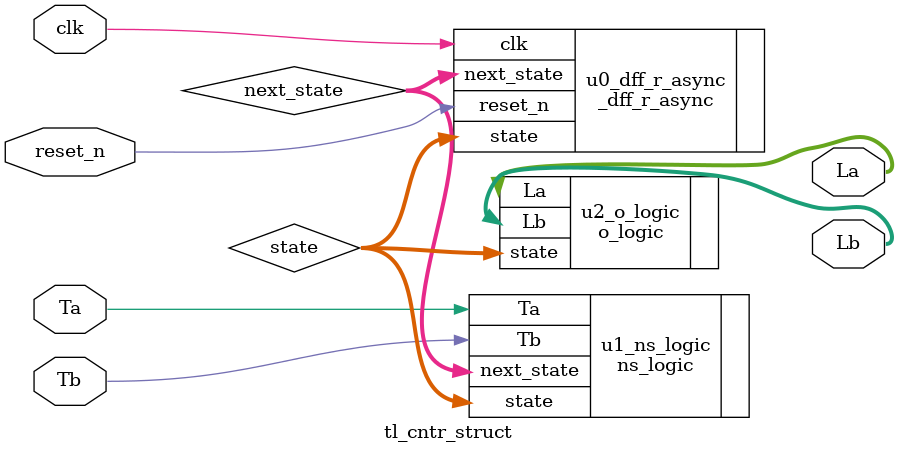
<source format=v>
module tl_cntr_struct(clk, reset_n, Ta, Tb, La, Lb);
	input clk, reset_n;
	input Ta, Tb;
	output [1:0] La, Lb;
	
	wire [1:0] state, next_state;
	
	// seperate filp flop part and combinational logic circuit part.
	// combinational logic circuit part is seperated ns_logic and o_logic.
	_dff_r_async u0_dff_r_async(.clk(clk), .reset_n(reset_n), .next_state(next_state), .state(state));
	ns_logic u1_ns_logic(.state(state), .Ta(Ta), .Tb(Tb), .next_state(next_state));
	o_logic u2_o_logic(.state(state), .La(La), .Lb(Lb));
endmodule

</source>
